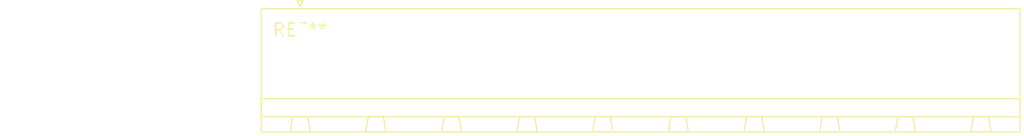
<source format=kicad_pcb>
(kicad_pcb (version 20240108) (generator pcbnew)
  (layers (0 "F.Cu" signal) (31 "B.Cu" signal) (34 "B.Paste" user) (35 "F.Paste" user) (36 "B.SilkS" user "B.Silkscreen") (37 "F.SilkS" user "F.Silkscreen") (38 "B.Mask" user) (39 "F.Mask" user) (44 "Edge.Cuts" user))
  (net 0 "")
  (footprint "PhoenixContact_GMSTBA_2,5_10-G_1x10_P7.50mm_Horizontal" (layer "F.Cu") (at 0 0)
    (property "Reference" "REF**")
    (property "Value" "PhoenixContact_GMSTBA_2,5_10-G_1x10_P7.50mm_Horizontal")
    (fp_line (start -3.86 -2.11) (end -3.86 10.11) (layer "F.SilkS") (stroke (width 0.12)))
    (fp_line (start -3.86 6.81) (end 71.36 6.81) (layer "F.SilkS") (stroke (width 0.12)))
    (fp_line (start -3.86 8.61) (end -3.86 6.81) (layer "F.SilkS") (stroke (width 0.12)))
    (fp_line (start -3.86 10.11) (end 71.36 10.11) (layer "F.SilkS") (stroke (width 0.12)))
    (fp_line (start -1 10.11) (end 1 10.11) (layer "F.SilkS") (stroke (width 0.12)))
    (fp_line (start -0.75 8.61) (end -1 10.11) (layer "F.SilkS") (stroke (width 0.12)))
    (fp_line (start -0.3 -2.91) (end 0.3 -2.91) (layer "F.SilkS") (stroke (width 0.12)))
    (fp_line (start 0 -2.31) (end -0.3 -2.91) (layer "F.SilkS") (stroke (width 0.12)))
    (fp_line (start 0.3 -2.91) (end 0 -2.31) (layer "F.SilkS") (stroke (width 0.12)))
    (fp_line (start 0.75 8.61) (end -0.75 8.61) (layer "F.SilkS") (stroke (width 0.12)))
    (fp_line (start 1 10.11) (end 0.75 8.61) (layer "F.SilkS") (stroke (width 0.12)))
    (fp_line (start 6.5 10.11) (end 8.5 10.11) (layer "F.SilkS") (stroke (width 0.12)))
    (fp_line (start 6.75 8.61) (end 6.5 10.11) (layer "F.SilkS") (stroke (width 0.12)))
    (fp_line (start 8.25 8.61) (end 6.75 8.61) (layer "F.SilkS") (stroke (width 0.12)))
    (fp_line (start 8.5 10.11) (end 8.25 8.61) (layer "F.SilkS") (stroke (width 0.12)))
    (fp_line (start 14 10.11) (end 16 10.11) (layer "F.SilkS") (stroke (width 0.12)))
    (fp_line (start 14.25 8.61) (end 14 10.11) (layer "F.SilkS") (stroke (width 0.12)))
    (fp_line (start 15.75 8.61) (end 14.25 8.61) (layer "F.SilkS") (stroke (width 0.12)))
    (fp_line (start 16 10.11) (end 15.75 8.61) (layer "F.SilkS") (stroke (width 0.12)))
    (fp_line (start 21.5 10.11) (end 23.5 10.11) (layer "F.SilkS") (stroke (width 0.12)))
    (fp_line (start 21.75 8.61) (end 21.5 10.11) (layer "F.SilkS") (stroke (width 0.12)))
    (fp_line (start 23.25 8.61) (end 21.75 8.61) (layer "F.SilkS") (stroke (width 0.12)))
    (fp_line (start 23.5 10.11) (end 23.25 8.61) (layer "F.SilkS") (stroke (width 0.12)))
    (fp_line (start 29 10.11) (end 31 10.11) (layer "F.SilkS") (stroke (width 0.12)))
    (fp_line (start 29.25 8.61) (end 29 10.11) (layer "F.SilkS") (stroke (width 0.12)))
    (fp_line (start 30.75 8.61) (end 29.25 8.61) (layer "F.SilkS") (stroke (width 0.12)))
    (fp_line (start 31 10.11) (end 30.75 8.61) (layer "F.SilkS") (stroke (width 0.12)))
    (fp_line (start 36.5 10.11) (end 38.5 10.11) (layer "F.SilkS") (stroke (width 0.12)))
    (fp_line (start 36.75 8.61) (end 36.5 10.11) (layer "F.SilkS") (stroke (width 0.12)))
    (fp_line (start 38.25 8.61) (end 36.75 8.61) (layer "F.SilkS") (stroke (width 0.12)))
    (fp_line (start 38.5 10.11) (end 38.25 8.61) (layer "F.SilkS") (stroke (width 0.12)))
    (fp_line (start 44 10.11) (end 46 10.11) (layer "F.SilkS") (stroke (width 0.12)))
    (fp_line (start 44.25 8.61) (end 44 10.11) (layer "F.SilkS") (stroke (width 0.12)))
    (fp_line (start 45.75 8.61) (end 44.25 8.61) (layer "F.SilkS") (stroke (width 0.12)))
    (fp_line (start 46 10.11) (end 45.75 8.61) (layer "F.SilkS") (stroke (width 0.12)))
    (fp_line (start 51.5 10.11) (end 53.5 10.11) (layer "F.SilkS") (stroke (width 0.12)))
    (fp_line (start 51.75 8.61) (end 51.5 10.11) (layer "F.SilkS") (stroke (width 0.12)))
    (fp_line (start 53.25 8.61) (end 51.75 8.61) (layer "F.SilkS") (stroke (width 0.12)))
    (fp_line (start 53.5 10.11) (end 53.25 8.61) (layer "F.SilkS") (stroke (width 0.12)))
    (fp_line (start 59 10.11) (end 61 10.11) (layer "F.SilkS") (stroke (width 0.12)))
    (fp_line (start 59.25 8.61) (end 59 10.11) (layer "F.SilkS") (stroke (width 0.12)))
    (fp_line (start 60.75 8.61) (end 59.25 8.61) (layer "F.SilkS") (stroke (width 0.12)))
    (fp_line (start 61 10.11) (end 60.75 8.61) (layer "F.SilkS") (stroke (width 0.12)))
    (fp_line (start 66.5 10.11) (end 68.5 10.11) (layer "F.SilkS") (stroke (width 0.12)))
    (fp_line (start 66.75 8.61) (end 66.5 10.11) (layer "F.SilkS") (stroke (width 0.12)))
    (fp_line (start 68.25 8.61) (end 66.75 8.61) (layer "F.SilkS") (stroke (width 0.12)))
    (fp_line (start 68.5 10.11) (end 68.25 8.61) (layer "F.SilkS") (stroke (width 0.12)))
    (fp_line (start 71.36 -2.11) (end -3.86 -2.11) (layer "F.SilkS") (stroke (width 0.12)))
    (fp_line (start 71.36 6.81) (end 71.36 8.61) (layer "F.SilkS") (stroke (width 0.12)))
    (fp_line (start 71.36 8.61) (end -3.86 8.61) (layer "F.SilkS") (stroke (width 0.12)))
    (fp_line (start 71.36 10.11) (end 71.36 -2.11) (layer "F.SilkS") (stroke (width 0.12)))
    (pad "1" thru_hole roundrect (at 0 0) (size 2 3.6) (drill 1.4) (layers *.Cu *.Mask) (remove_unused_layers) (roundrect_rratio 0.125))
    (pad "2" thru_hole oval (at 7.5 0) (size 2 3.6) (drill 1.4) (layers *.Cu *.Mask) (remove_unused_layers))
    (pad "3" thru_hole oval (at 15 0) (size 2 3.6) (drill 1.4) (layers *.Cu *.Mask) (remove_unused_layers))
    (pad "4" thru_hole oval (at 22.5 0) (size 2 3.6) (drill 1.4) (layers *.Cu *.Mask) (remove_unused_layers))
    (pad "5" thru_hole oval (at 30 0) (size 2 3.6) (drill 1.4) (layers *.Cu *.Mask) (remove_unused_layers))
    (pad "6" thru_hole oval (at 37.5 0) (size 2 3.6) (drill 1.4) (layers *.Cu *.Mask) (remove_unused_layers))
    (pad "7" thru_hole oval (at 45 0) (size 2 3.6) (drill 1.4) (layers *.Cu *.Mask) (remove_unused_layers))
    (pad "8" thru_hole oval (at 52.5 0) (size 2 3.6) (drill 1.4) (layers *.Cu *.Mask) (remove_unused_layers))
    (pad "9" thru_hole oval (at 60 0) (size 2 3.6) (drill 1.4) (layers *.Cu *.Mask) (remove_unused_layers))
    (pad "10" thru_hole oval (at 67.5 0) (size 2 3.6) (drill 1.4) (layers *.Cu *.Mask) (remove_unused_layers))
  )
)
</source>
